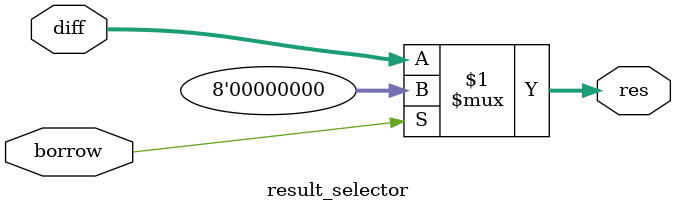
<source format=v>
module subtractor_conditional (
    input wire [7:0] a,
    input wire [7:0] b, 
    output wire [7:0] res
);

wire [7:0] diff;
wire borrow;

// 实例化减法运算子模块
subtraction_core u_sub_core (
    .a(a),
    .b(b),
    .diff(diff),
    .borrow(borrow)
);

// 实例化结果选择子模块
result_selector u_result_sel (
    .diff(diff),
    .borrow(borrow),
    .res(res)
);

endmodule

// 减法运算子模块
module subtraction_core (
    input wire [7:0] a,
    input wire [7:0] b,
    output wire [7:0] diff,
    output wire borrow
);

assign {borrow, diff} = {1'b0, a} - {1'b0, b};

endmodule

// 结果选择子模块
module result_selector (
    input wire [7:0] diff,
    input wire borrow,
    output wire [7:0] res
);

assign res = borrow ? 8'd0 : diff;

endmodule
</source>
